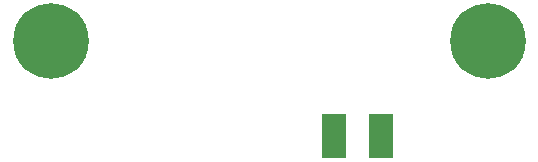
<source format=gbs>
G04 #@! TF.GenerationSoftware,KiCad,Pcbnew,(5.1.4)-1*
G04 #@! TF.CreationDate,2020-09-24T22:40:22-04:00*
G04 #@! TF.ProjectId,Headlight Left,48656164-6c69-4676-9874-204c6566742e,rev?*
G04 #@! TF.SameCoordinates,Original*
G04 #@! TF.FileFunction,Soldermask,Bot*
G04 #@! TF.FilePolarity,Negative*
%FSLAX46Y46*%
G04 Gerber Fmt 4.6, Leading zero omitted, Abs format (unit mm)*
G04 Created by KiCad (PCBNEW (5.1.4)-1) date 2020-09-24 22:40:22*
%MOMM*%
%LPD*%
G04 APERTURE LIST*
%ADD10R,2.000000X3.800000*%
%ADD11C,0.800000*%
%ADD12C,6.400000*%
G04 APERTURE END LIST*
D10*
X128000000Y-108000000D03*
X124000000Y-108000000D03*
D11*
X101697056Y-98302944D03*
X100000000Y-97600000D03*
X98302944Y-98302944D03*
X97600000Y-100000000D03*
X98302944Y-101697056D03*
X100000000Y-102400000D03*
X101697056Y-101697056D03*
X102400000Y-100000000D03*
D12*
X100000000Y-100000000D03*
D11*
X138697056Y-98302944D03*
X137000000Y-97600000D03*
X135302944Y-98302944D03*
X134600000Y-100000000D03*
X135302944Y-101697056D03*
X137000000Y-102400000D03*
X138697056Y-101697056D03*
X139400000Y-100000000D03*
D12*
X137000000Y-100000000D03*
M02*

</source>
